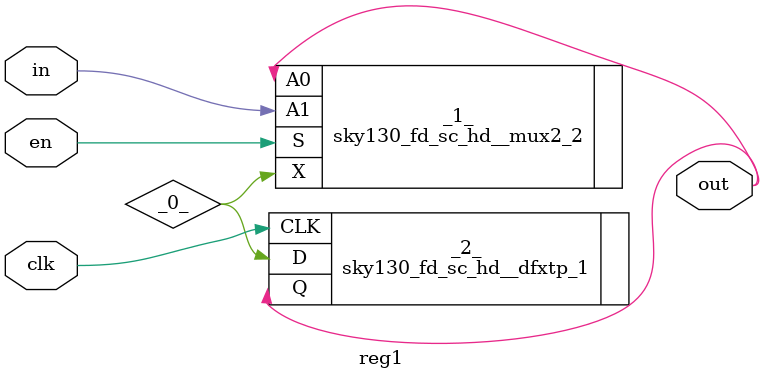
<source format=v>
/* Generated by Yosys 0.7 (git sha1 61f6811, gcc 6.2.0-11ubuntu1 -O2 -fdebug-prefix-map=/build/yosys-OIL3SR/yosys-0.7=. -fstack-protector-strong -fPIC -Os) */

module reg1(in, clk, en, out);
  wire _0_;
  input clk;
  input en;
  input in;
  output out;
  sky130_fd_sc_hd__mux2_2 _1_ (
    .A0(out),
    .A1(in),
    .S(en),
    .X(_0_)
  );
  sky130_fd_sc_hd__dfxtp_1 _2_ (
    .CLK(clk),
    .D(_0_),
    .Q(out)
  );
endmodule

</source>
